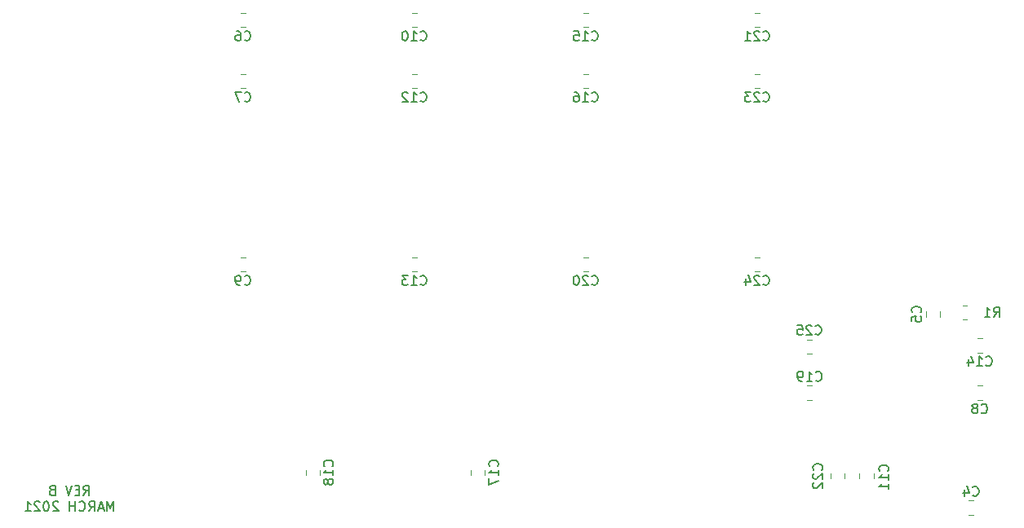
<source format=gbr>
G04 #@! TF.GenerationSoftware,KiCad,Pcbnew,(5.1.5-0-10_14)*
G04 #@! TF.CreationDate,2021-05-20T16:22:00+02:00*
G04 #@! TF.ProjectId,GottaGoFastZ2,476f7474-6147-46f4-9661-73745a322e6b,rev?*
G04 #@! TF.SameCoordinates,Original*
G04 #@! TF.FileFunction,Legend,Bot*
G04 #@! TF.FilePolarity,Positive*
%FSLAX46Y46*%
G04 Gerber Fmt 4.6, Leading zero omitted, Abs format (unit mm)*
G04 Created by KiCad (PCBNEW (5.1.5-0-10_14)) date 2021-05-20 16:22:00*
%MOMM*%
%LPD*%
G04 APERTURE LIST*
%ADD10C,0.150000*%
%ADD11C,0.120000*%
G04 APERTURE END LIST*
D10*
X90276180Y-106764580D02*
X90609514Y-106288390D01*
X90847609Y-106764580D02*
X90847609Y-105764580D01*
X90466657Y-105764580D01*
X90371419Y-105812200D01*
X90323800Y-105859819D01*
X90276180Y-105955057D01*
X90276180Y-106097914D01*
X90323800Y-106193152D01*
X90371419Y-106240771D01*
X90466657Y-106288390D01*
X90847609Y-106288390D01*
X89847609Y-106240771D02*
X89514276Y-106240771D01*
X89371419Y-106764580D02*
X89847609Y-106764580D01*
X89847609Y-105764580D01*
X89371419Y-105764580D01*
X89085704Y-105764580D02*
X88752371Y-106764580D01*
X88419038Y-105764580D01*
X86990466Y-106240771D02*
X86847609Y-106288390D01*
X86799990Y-106336009D01*
X86752371Y-106431247D01*
X86752371Y-106574104D01*
X86799990Y-106669342D01*
X86847609Y-106716961D01*
X86942847Y-106764580D01*
X87323800Y-106764580D01*
X87323800Y-105764580D01*
X86990466Y-105764580D01*
X86895228Y-105812200D01*
X86847609Y-105859819D01*
X86799990Y-105955057D01*
X86799990Y-106050295D01*
X86847609Y-106145533D01*
X86895228Y-106193152D01*
X86990466Y-106240771D01*
X87323800Y-106240771D01*
X93395228Y-108414580D02*
X93395228Y-107414580D01*
X93061895Y-108128866D01*
X92728561Y-107414580D01*
X92728561Y-108414580D01*
X92299990Y-108128866D02*
X91823800Y-108128866D01*
X92395228Y-108414580D02*
X92061895Y-107414580D01*
X91728561Y-108414580D01*
X90823800Y-108414580D02*
X91157133Y-107938390D01*
X91395228Y-108414580D02*
X91395228Y-107414580D01*
X91014276Y-107414580D01*
X90919038Y-107462200D01*
X90871419Y-107509819D01*
X90823800Y-107605057D01*
X90823800Y-107747914D01*
X90871419Y-107843152D01*
X90919038Y-107890771D01*
X91014276Y-107938390D01*
X91395228Y-107938390D01*
X89823800Y-108319342D02*
X89871419Y-108366961D01*
X90014276Y-108414580D01*
X90109514Y-108414580D01*
X90252371Y-108366961D01*
X90347609Y-108271723D01*
X90395228Y-108176485D01*
X90442847Y-107986009D01*
X90442847Y-107843152D01*
X90395228Y-107652676D01*
X90347609Y-107557438D01*
X90252371Y-107462200D01*
X90109514Y-107414580D01*
X90014276Y-107414580D01*
X89871419Y-107462200D01*
X89823800Y-107509819D01*
X89395228Y-108414580D02*
X89395228Y-107414580D01*
X89395228Y-107890771D02*
X88823800Y-107890771D01*
X88823800Y-108414580D02*
X88823800Y-107414580D01*
X87633323Y-107509819D02*
X87585704Y-107462200D01*
X87490466Y-107414580D01*
X87252371Y-107414580D01*
X87157133Y-107462200D01*
X87109514Y-107509819D01*
X87061895Y-107605057D01*
X87061895Y-107700295D01*
X87109514Y-107843152D01*
X87680942Y-108414580D01*
X87061895Y-108414580D01*
X86442847Y-107414580D02*
X86347609Y-107414580D01*
X86252371Y-107462200D01*
X86204752Y-107509819D01*
X86157133Y-107605057D01*
X86109514Y-107795533D01*
X86109514Y-108033628D01*
X86157133Y-108224104D01*
X86204752Y-108319342D01*
X86252371Y-108366961D01*
X86347609Y-108414580D01*
X86442847Y-108414580D01*
X86538085Y-108366961D01*
X86585704Y-108319342D01*
X86633323Y-108224104D01*
X86680942Y-108033628D01*
X86680942Y-107795533D01*
X86633323Y-107605057D01*
X86585704Y-107509819D01*
X86538085Y-107462200D01*
X86442847Y-107414580D01*
X85728561Y-107509819D02*
X85680942Y-107462200D01*
X85585704Y-107414580D01*
X85347609Y-107414580D01*
X85252371Y-107462200D01*
X85204752Y-107509819D01*
X85157133Y-107605057D01*
X85157133Y-107700295D01*
X85204752Y-107843152D01*
X85776180Y-108414580D01*
X85157133Y-108414580D01*
X84204752Y-108414580D02*
X84776180Y-108414580D01*
X84490466Y-108414580D02*
X84490466Y-107414580D01*
X84585704Y-107557438D01*
X84680942Y-107652676D01*
X84776180Y-107700295D01*
D11*
X182633252Y-108812000D02*
X182110748Y-108812000D01*
X182633252Y-107342000D02*
X182110748Y-107342000D01*
X181515016Y-87042320D02*
X181969144Y-87042320D01*
X181515016Y-88512320D02*
X181969144Y-88512320D01*
X165823532Y-90603400D02*
X165301028Y-90603400D01*
X165823532Y-92073400D02*
X165301028Y-92073400D01*
X159885748Y-83539000D02*
X160408252Y-83539000D01*
X159885748Y-82069000D02*
X160408252Y-82069000D01*
X159885748Y-64489000D02*
X160408252Y-64489000D01*
X159885748Y-63019000D02*
X160408252Y-63019000D01*
X167763520Y-104528988D02*
X167763520Y-105051492D01*
X169233520Y-104528988D02*
X169233520Y-105051492D01*
X159885748Y-58139000D02*
X160408252Y-58139000D01*
X159885748Y-56669000D02*
X160408252Y-56669000D01*
X142105748Y-83539000D02*
X142628252Y-83539000D01*
X142105748Y-82069000D02*
X142628252Y-82069000D01*
X165869252Y-95404000D02*
X165346748Y-95404000D01*
X165869252Y-96874000D02*
X165346748Y-96874000D01*
X114781000Y-104655252D02*
X114781000Y-104132748D01*
X113311000Y-104655252D02*
X113311000Y-104132748D01*
X131926000Y-104655252D02*
X131926000Y-104132748D01*
X130456000Y-104655252D02*
X130456000Y-104132748D01*
X142105748Y-64489000D02*
X142628252Y-64489000D01*
X142105748Y-63019000D02*
X142628252Y-63019000D01*
X142105748Y-58139000D02*
X142628252Y-58139000D01*
X142105748Y-56669000D02*
X142628252Y-56669000D01*
X182999748Y-91941320D02*
X183522252Y-91941320D01*
X182999748Y-90471320D02*
X183522252Y-90471320D01*
X124325748Y-83539000D02*
X124848252Y-83539000D01*
X124325748Y-82069000D02*
X124848252Y-82069000D01*
X124325748Y-64489000D02*
X124848252Y-64489000D01*
X124325748Y-63019000D02*
X124848252Y-63019000D01*
X170765800Y-104526448D02*
X170765800Y-105048952D01*
X172235800Y-104526448D02*
X172235800Y-105048952D01*
X124325748Y-58139000D02*
X124848252Y-58139000D01*
X124325748Y-56669000D02*
X124848252Y-56669000D01*
X107068252Y-82069000D02*
X106545748Y-82069000D01*
X107068252Y-83539000D02*
X106545748Y-83539000D01*
X182999748Y-96874000D02*
X183522252Y-96874000D01*
X182999748Y-95404000D02*
X183522252Y-95404000D01*
X106545748Y-64489000D02*
X107068252Y-64489000D01*
X106545748Y-63019000D02*
X107068252Y-63019000D01*
X106545748Y-58139000D02*
X107068252Y-58139000D01*
X106545748Y-56669000D02*
X107068252Y-56669000D01*
X179170000Y-88211252D02*
X179170000Y-87688748D01*
X177700000Y-88211252D02*
X177700000Y-87688748D01*
D10*
X182538666Y-106754142D02*
X182586285Y-106801761D01*
X182729142Y-106849380D01*
X182824380Y-106849380D01*
X182967238Y-106801761D01*
X183062476Y-106706523D01*
X183110095Y-106611285D01*
X183157714Y-106420809D01*
X183157714Y-106277952D01*
X183110095Y-106087476D01*
X183062476Y-105992238D01*
X182967238Y-105897000D01*
X182824380Y-105849380D01*
X182729142Y-105849380D01*
X182586285Y-105897000D01*
X182538666Y-105944619D01*
X181681523Y-106182714D02*
X181681523Y-106849380D01*
X181919619Y-105801761D02*
X182157714Y-106516047D01*
X181538666Y-106516047D01*
X184708746Y-88229700D02*
X185042080Y-87753510D01*
X185280175Y-88229700D02*
X185280175Y-87229700D01*
X184899222Y-87229700D01*
X184803984Y-87277320D01*
X184756365Y-87324939D01*
X184708746Y-87420177D01*
X184708746Y-87563034D01*
X184756365Y-87658272D01*
X184803984Y-87705891D01*
X184899222Y-87753510D01*
X185280175Y-87753510D01*
X183756365Y-88229700D02*
X184327794Y-88229700D01*
X184042080Y-88229700D02*
X184042080Y-87229700D01*
X184137318Y-87372558D01*
X184232556Y-87467796D01*
X184327794Y-87515415D01*
X166205137Y-90015542D02*
X166252756Y-90063161D01*
X166395613Y-90110780D01*
X166490851Y-90110780D01*
X166633708Y-90063161D01*
X166728946Y-89967923D01*
X166776565Y-89872685D01*
X166824184Y-89682209D01*
X166824184Y-89539352D01*
X166776565Y-89348876D01*
X166728946Y-89253638D01*
X166633708Y-89158400D01*
X166490851Y-89110780D01*
X166395613Y-89110780D01*
X166252756Y-89158400D01*
X166205137Y-89206019D01*
X165824184Y-89206019D02*
X165776565Y-89158400D01*
X165681327Y-89110780D01*
X165443232Y-89110780D01*
X165347994Y-89158400D01*
X165300375Y-89206019D01*
X165252756Y-89301257D01*
X165252756Y-89396495D01*
X165300375Y-89539352D01*
X165871803Y-90110780D01*
X165252756Y-90110780D01*
X164347994Y-89110780D02*
X164824184Y-89110780D01*
X164871803Y-89586971D01*
X164824184Y-89539352D01*
X164728946Y-89491733D01*
X164490851Y-89491733D01*
X164395613Y-89539352D01*
X164347994Y-89586971D01*
X164300375Y-89682209D01*
X164300375Y-89920304D01*
X164347994Y-90015542D01*
X164395613Y-90063161D01*
X164490851Y-90110780D01*
X164728946Y-90110780D01*
X164824184Y-90063161D01*
X164871803Y-90015542D01*
X160789857Y-84841142D02*
X160837476Y-84888761D01*
X160980333Y-84936380D01*
X161075571Y-84936380D01*
X161218428Y-84888761D01*
X161313666Y-84793523D01*
X161361285Y-84698285D01*
X161408904Y-84507809D01*
X161408904Y-84364952D01*
X161361285Y-84174476D01*
X161313666Y-84079238D01*
X161218428Y-83984000D01*
X161075571Y-83936380D01*
X160980333Y-83936380D01*
X160837476Y-83984000D01*
X160789857Y-84031619D01*
X160408904Y-84031619D02*
X160361285Y-83984000D01*
X160266047Y-83936380D01*
X160027952Y-83936380D01*
X159932714Y-83984000D01*
X159885095Y-84031619D01*
X159837476Y-84126857D01*
X159837476Y-84222095D01*
X159885095Y-84364952D01*
X160456523Y-84936380D01*
X159837476Y-84936380D01*
X158980333Y-84269714D02*
X158980333Y-84936380D01*
X159218428Y-83888761D02*
X159456523Y-84603047D01*
X158837476Y-84603047D01*
X160789857Y-65791142D02*
X160837476Y-65838761D01*
X160980333Y-65886380D01*
X161075571Y-65886380D01*
X161218428Y-65838761D01*
X161313666Y-65743523D01*
X161361285Y-65648285D01*
X161408904Y-65457809D01*
X161408904Y-65314952D01*
X161361285Y-65124476D01*
X161313666Y-65029238D01*
X161218428Y-64934000D01*
X161075571Y-64886380D01*
X160980333Y-64886380D01*
X160837476Y-64934000D01*
X160789857Y-64981619D01*
X160408904Y-64981619D02*
X160361285Y-64934000D01*
X160266047Y-64886380D01*
X160027952Y-64886380D01*
X159932714Y-64934000D01*
X159885095Y-64981619D01*
X159837476Y-65076857D01*
X159837476Y-65172095D01*
X159885095Y-65314952D01*
X160456523Y-65886380D01*
X159837476Y-65886380D01*
X159504142Y-64886380D02*
X158885095Y-64886380D01*
X159218428Y-65267333D01*
X159075571Y-65267333D01*
X158980333Y-65314952D01*
X158932714Y-65362571D01*
X158885095Y-65457809D01*
X158885095Y-65695904D01*
X158932714Y-65791142D01*
X158980333Y-65838761D01*
X159075571Y-65886380D01*
X159361285Y-65886380D01*
X159456523Y-65838761D01*
X159504142Y-65791142D01*
X166854142Y-104132142D02*
X166901761Y-104084523D01*
X166949380Y-103941666D01*
X166949380Y-103846428D01*
X166901761Y-103703571D01*
X166806523Y-103608333D01*
X166711285Y-103560714D01*
X166520809Y-103513095D01*
X166377952Y-103513095D01*
X166187476Y-103560714D01*
X166092238Y-103608333D01*
X165997000Y-103703571D01*
X165949380Y-103846428D01*
X165949380Y-103941666D01*
X165997000Y-104084523D01*
X166044619Y-104132142D01*
X166044619Y-104513095D02*
X165997000Y-104560714D01*
X165949380Y-104655952D01*
X165949380Y-104894047D01*
X165997000Y-104989285D01*
X166044619Y-105036904D01*
X166139857Y-105084523D01*
X166235095Y-105084523D01*
X166377952Y-105036904D01*
X166949380Y-104465476D01*
X166949380Y-105084523D01*
X166044619Y-105465476D02*
X165997000Y-105513095D01*
X165949380Y-105608333D01*
X165949380Y-105846428D01*
X165997000Y-105941666D01*
X166044619Y-105989285D01*
X166139857Y-106036904D01*
X166235095Y-106036904D01*
X166377952Y-105989285D01*
X166949380Y-105417857D01*
X166949380Y-106036904D01*
X160789857Y-59441142D02*
X160837476Y-59488761D01*
X160980333Y-59536380D01*
X161075571Y-59536380D01*
X161218428Y-59488761D01*
X161313666Y-59393523D01*
X161361285Y-59298285D01*
X161408904Y-59107809D01*
X161408904Y-58964952D01*
X161361285Y-58774476D01*
X161313666Y-58679238D01*
X161218428Y-58584000D01*
X161075571Y-58536380D01*
X160980333Y-58536380D01*
X160837476Y-58584000D01*
X160789857Y-58631619D01*
X160408904Y-58631619D02*
X160361285Y-58584000D01*
X160266047Y-58536380D01*
X160027952Y-58536380D01*
X159932714Y-58584000D01*
X159885095Y-58631619D01*
X159837476Y-58726857D01*
X159837476Y-58822095D01*
X159885095Y-58964952D01*
X160456523Y-59536380D01*
X159837476Y-59536380D01*
X158885095Y-59536380D02*
X159456523Y-59536380D01*
X159170809Y-59536380D02*
X159170809Y-58536380D01*
X159266047Y-58679238D01*
X159361285Y-58774476D01*
X159456523Y-58822095D01*
X143009857Y-84841142D02*
X143057476Y-84888761D01*
X143200333Y-84936380D01*
X143295571Y-84936380D01*
X143438428Y-84888761D01*
X143533666Y-84793523D01*
X143581285Y-84698285D01*
X143628904Y-84507809D01*
X143628904Y-84364952D01*
X143581285Y-84174476D01*
X143533666Y-84079238D01*
X143438428Y-83984000D01*
X143295571Y-83936380D01*
X143200333Y-83936380D01*
X143057476Y-83984000D01*
X143009857Y-84031619D01*
X142628904Y-84031619D02*
X142581285Y-83984000D01*
X142486047Y-83936380D01*
X142247952Y-83936380D01*
X142152714Y-83984000D01*
X142105095Y-84031619D01*
X142057476Y-84126857D01*
X142057476Y-84222095D01*
X142105095Y-84364952D01*
X142676523Y-84936380D01*
X142057476Y-84936380D01*
X141438428Y-83936380D02*
X141343190Y-83936380D01*
X141247952Y-83984000D01*
X141200333Y-84031619D01*
X141152714Y-84126857D01*
X141105095Y-84317333D01*
X141105095Y-84555428D01*
X141152714Y-84745904D01*
X141200333Y-84841142D01*
X141247952Y-84888761D01*
X141343190Y-84936380D01*
X141438428Y-84936380D01*
X141533666Y-84888761D01*
X141581285Y-84841142D01*
X141628904Y-84745904D01*
X141676523Y-84555428D01*
X141676523Y-84317333D01*
X141628904Y-84126857D01*
X141581285Y-84031619D01*
X141533666Y-83984000D01*
X141438428Y-83936380D01*
X166250857Y-94816142D02*
X166298476Y-94863761D01*
X166441333Y-94911380D01*
X166536571Y-94911380D01*
X166679428Y-94863761D01*
X166774666Y-94768523D01*
X166822285Y-94673285D01*
X166869904Y-94482809D01*
X166869904Y-94339952D01*
X166822285Y-94149476D01*
X166774666Y-94054238D01*
X166679428Y-93959000D01*
X166536571Y-93911380D01*
X166441333Y-93911380D01*
X166298476Y-93959000D01*
X166250857Y-94006619D01*
X165298476Y-94911380D02*
X165869904Y-94911380D01*
X165584190Y-94911380D02*
X165584190Y-93911380D01*
X165679428Y-94054238D01*
X165774666Y-94149476D01*
X165869904Y-94197095D01*
X164822285Y-94911380D02*
X164631809Y-94911380D01*
X164536571Y-94863761D01*
X164488952Y-94816142D01*
X164393714Y-94673285D01*
X164346095Y-94482809D01*
X164346095Y-94101857D01*
X164393714Y-94006619D01*
X164441333Y-93959000D01*
X164536571Y-93911380D01*
X164727047Y-93911380D01*
X164822285Y-93959000D01*
X164869904Y-94006619D01*
X164917523Y-94101857D01*
X164917523Y-94339952D01*
X164869904Y-94435190D01*
X164822285Y-94482809D01*
X164727047Y-94530428D01*
X164536571Y-94530428D01*
X164441333Y-94482809D01*
X164393714Y-94435190D01*
X164346095Y-94339952D01*
X116083142Y-103751142D02*
X116130761Y-103703523D01*
X116178380Y-103560666D01*
X116178380Y-103465428D01*
X116130761Y-103322571D01*
X116035523Y-103227333D01*
X115940285Y-103179714D01*
X115749809Y-103132095D01*
X115606952Y-103132095D01*
X115416476Y-103179714D01*
X115321238Y-103227333D01*
X115226000Y-103322571D01*
X115178380Y-103465428D01*
X115178380Y-103560666D01*
X115226000Y-103703523D01*
X115273619Y-103751142D01*
X116178380Y-104703523D02*
X116178380Y-104132095D01*
X116178380Y-104417809D02*
X115178380Y-104417809D01*
X115321238Y-104322571D01*
X115416476Y-104227333D01*
X115464095Y-104132095D01*
X115606952Y-105274952D02*
X115559333Y-105179714D01*
X115511714Y-105132095D01*
X115416476Y-105084476D01*
X115368857Y-105084476D01*
X115273619Y-105132095D01*
X115226000Y-105179714D01*
X115178380Y-105274952D01*
X115178380Y-105465428D01*
X115226000Y-105560666D01*
X115273619Y-105608285D01*
X115368857Y-105655904D01*
X115416476Y-105655904D01*
X115511714Y-105608285D01*
X115559333Y-105560666D01*
X115606952Y-105465428D01*
X115606952Y-105274952D01*
X115654571Y-105179714D01*
X115702190Y-105132095D01*
X115797428Y-105084476D01*
X115987904Y-105084476D01*
X116083142Y-105132095D01*
X116130761Y-105179714D01*
X116178380Y-105274952D01*
X116178380Y-105465428D01*
X116130761Y-105560666D01*
X116083142Y-105608285D01*
X115987904Y-105655904D01*
X115797428Y-105655904D01*
X115702190Y-105608285D01*
X115654571Y-105560666D01*
X115606952Y-105465428D01*
X133228142Y-103751142D02*
X133275761Y-103703523D01*
X133323380Y-103560666D01*
X133323380Y-103465428D01*
X133275761Y-103322571D01*
X133180523Y-103227333D01*
X133085285Y-103179714D01*
X132894809Y-103132095D01*
X132751952Y-103132095D01*
X132561476Y-103179714D01*
X132466238Y-103227333D01*
X132371000Y-103322571D01*
X132323380Y-103465428D01*
X132323380Y-103560666D01*
X132371000Y-103703523D01*
X132418619Y-103751142D01*
X133323380Y-104703523D02*
X133323380Y-104132095D01*
X133323380Y-104417809D02*
X132323380Y-104417809D01*
X132466238Y-104322571D01*
X132561476Y-104227333D01*
X132609095Y-104132095D01*
X132323380Y-105036857D02*
X132323380Y-105703523D01*
X133323380Y-105274952D01*
X143009857Y-65791142D02*
X143057476Y-65838761D01*
X143200333Y-65886380D01*
X143295571Y-65886380D01*
X143438428Y-65838761D01*
X143533666Y-65743523D01*
X143581285Y-65648285D01*
X143628904Y-65457809D01*
X143628904Y-65314952D01*
X143581285Y-65124476D01*
X143533666Y-65029238D01*
X143438428Y-64934000D01*
X143295571Y-64886380D01*
X143200333Y-64886380D01*
X143057476Y-64934000D01*
X143009857Y-64981619D01*
X142057476Y-65886380D02*
X142628904Y-65886380D01*
X142343190Y-65886380D02*
X142343190Y-64886380D01*
X142438428Y-65029238D01*
X142533666Y-65124476D01*
X142628904Y-65172095D01*
X141200333Y-64886380D02*
X141390809Y-64886380D01*
X141486047Y-64934000D01*
X141533666Y-64981619D01*
X141628904Y-65124476D01*
X141676523Y-65314952D01*
X141676523Y-65695904D01*
X141628904Y-65791142D01*
X141581285Y-65838761D01*
X141486047Y-65886380D01*
X141295571Y-65886380D01*
X141200333Y-65838761D01*
X141152714Y-65791142D01*
X141105095Y-65695904D01*
X141105095Y-65457809D01*
X141152714Y-65362571D01*
X141200333Y-65314952D01*
X141295571Y-65267333D01*
X141486047Y-65267333D01*
X141581285Y-65314952D01*
X141628904Y-65362571D01*
X141676523Y-65457809D01*
X143009857Y-59441142D02*
X143057476Y-59488761D01*
X143200333Y-59536380D01*
X143295571Y-59536380D01*
X143438428Y-59488761D01*
X143533666Y-59393523D01*
X143581285Y-59298285D01*
X143628904Y-59107809D01*
X143628904Y-58964952D01*
X143581285Y-58774476D01*
X143533666Y-58679238D01*
X143438428Y-58584000D01*
X143295571Y-58536380D01*
X143200333Y-58536380D01*
X143057476Y-58584000D01*
X143009857Y-58631619D01*
X142057476Y-59536380D02*
X142628904Y-59536380D01*
X142343190Y-59536380D02*
X142343190Y-58536380D01*
X142438428Y-58679238D01*
X142533666Y-58774476D01*
X142628904Y-58822095D01*
X141152714Y-58536380D02*
X141628904Y-58536380D01*
X141676523Y-59012571D01*
X141628904Y-58964952D01*
X141533666Y-58917333D01*
X141295571Y-58917333D01*
X141200333Y-58964952D01*
X141152714Y-59012571D01*
X141105095Y-59107809D01*
X141105095Y-59345904D01*
X141152714Y-59441142D01*
X141200333Y-59488761D01*
X141295571Y-59536380D01*
X141533666Y-59536380D01*
X141628904Y-59488761D01*
X141676523Y-59441142D01*
X183903857Y-93243462D02*
X183951476Y-93291081D01*
X184094333Y-93338700D01*
X184189571Y-93338700D01*
X184332428Y-93291081D01*
X184427666Y-93195843D01*
X184475285Y-93100605D01*
X184522904Y-92910129D01*
X184522904Y-92767272D01*
X184475285Y-92576796D01*
X184427666Y-92481558D01*
X184332428Y-92386320D01*
X184189571Y-92338700D01*
X184094333Y-92338700D01*
X183951476Y-92386320D01*
X183903857Y-92433939D01*
X182951476Y-93338700D02*
X183522904Y-93338700D01*
X183237190Y-93338700D02*
X183237190Y-92338700D01*
X183332428Y-92481558D01*
X183427666Y-92576796D01*
X183522904Y-92624415D01*
X182094333Y-92672034D02*
X182094333Y-93338700D01*
X182332428Y-92291081D02*
X182570523Y-93005367D01*
X181951476Y-93005367D01*
X125229857Y-84841142D02*
X125277476Y-84888761D01*
X125420333Y-84936380D01*
X125515571Y-84936380D01*
X125658428Y-84888761D01*
X125753666Y-84793523D01*
X125801285Y-84698285D01*
X125848904Y-84507809D01*
X125848904Y-84364952D01*
X125801285Y-84174476D01*
X125753666Y-84079238D01*
X125658428Y-83984000D01*
X125515571Y-83936380D01*
X125420333Y-83936380D01*
X125277476Y-83984000D01*
X125229857Y-84031619D01*
X124277476Y-84936380D02*
X124848904Y-84936380D01*
X124563190Y-84936380D02*
X124563190Y-83936380D01*
X124658428Y-84079238D01*
X124753666Y-84174476D01*
X124848904Y-84222095D01*
X123944142Y-83936380D02*
X123325095Y-83936380D01*
X123658428Y-84317333D01*
X123515571Y-84317333D01*
X123420333Y-84364952D01*
X123372714Y-84412571D01*
X123325095Y-84507809D01*
X123325095Y-84745904D01*
X123372714Y-84841142D01*
X123420333Y-84888761D01*
X123515571Y-84936380D01*
X123801285Y-84936380D01*
X123896523Y-84888761D01*
X123944142Y-84841142D01*
X125229857Y-65791142D02*
X125277476Y-65838761D01*
X125420333Y-65886380D01*
X125515571Y-65886380D01*
X125658428Y-65838761D01*
X125753666Y-65743523D01*
X125801285Y-65648285D01*
X125848904Y-65457809D01*
X125848904Y-65314952D01*
X125801285Y-65124476D01*
X125753666Y-65029238D01*
X125658428Y-64934000D01*
X125515571Y-64886380D01*
X125420333Y-64886380D01*
X125277476Y-64934000D01*
X125229857Y-64981619D01*
X124277476Y-65886380D02*
X124848904Y-65886380D01*
X124563190Y-65886380D02*
X124563190Y-64886380D01*
X124658428Y-65029238D01*
X124753666Y-65124476D01*
X124848904Y-65172095D01*
X123896523Y-64981619D02*
X123848904Y-64934000D01*
X123753666Y-64886380D01*
X123515571Y-64886380D01*
X123420333Y-64934000D01*
X123372714Y-64981619D01*
X123325095Y-65076857D01*
X123325095Y-65172095D01*
X123372714Y-65314952D01*
X123944142Y-65886380D01*
X123325095Y-65886380D01*
X173712142Y-104246442D02*
X173759761Y-104198823D01*
X173807380Y-104055966D01*
X173807380Y-103960728D01*
X173759761Y-103817871D01*
X173664523Y-103722633D01*
X173569285Y-103675014D01*
X173378809Y-103627395D01*
X173235952Y-103627395D01*
X173045476Y-103675014D01*
X172950238Y-103722633D01*
X172855000Y-103817871D01*
X172807380Y-103960728D01*
X172807380Y-104055966D01*
X172855000Y-104198823D01*
X172902619Y-104246442D01*
X173807380Y-105198823D02*
X173807380Y-104627395D01*
X173807380Y-104913109D02*
X172807380Y-104913109D01*
X172950238Y-104817871D01*
X173045476Y-104722633D01*
X173093095Y-104627395D01*
X173807380Y-106151204D02*
X173807380Y-105579776D01*
X173807380Y-105865490D02*
X172807380Y-105865490D01*
X172950238Y-105770252D01*
X173045476Y-105675014D01*
X173093095Y-105579776D01*
X125229857Y-59441142D02*
X125277476Y-59488761D01*
X125420333Y-59536380D01*
X125515571Y-59536380D01*
X125658428Y-59488761D01*
X125753666Y-59393523D01*
X125801285Y-59298285D01*
X125848904Y-59107809D01*
X125848904Y-58964952D01*
X125801285Y-58774476D01*
X125753666Y-58679238D01*
X125658428Y-58584000D01*
X125515571Y-58536380D01*
X125420333Y-58536380D01*
X125277476Y-58584000D01*
X125229857Y-58631619D01*
X124277476Y-59536380D02*
X124848904Y-59536380D01*
X124563190Y-59536380D02*
X124563190Y-58536380D01*
X124658428Y-58679238D01*
X124753666Y-58774476D01*
X124848904Y-58822095D01*
X123658428Y-58536380D02*
X123563190Y-58536380D01*
X123467952Y-58584000D01*
X123420333Y-58631619D01*
X123372714Y-58726857D01*
X123325095Y-58917333D01*
X123325095Y-59155428D01*
X123372714Y-59345904D01*
X123420333Y-59441142D01*
X123467952Y-59488761D01*
X123563190Y-59536380D01*
X123658428Y-59536380D01*
X123753666Y-59488761D01*
X123801285Y-59441142D01*
X123848904Y-59345904D01*
X123896523Y-59155428D01*
X123896523Y-58917333D01*
X123848904Y-58726857D01*
X123801285Y-58631619D01*
X123753666Y-58584000D01*
X123658428Y-58536380D01*
X106973666Y-84841142D02*
X107021285Y-84888761D01*
X107164142Y-84936380D01*
X107259380Y-84936380D01*
X107402238Y-84888761D01*
X107497476Y-84793523D01*
X107545095Y-84698285D01*
X107592714Y-84507809D01*
X107592714Y-84364952D01*
X107545095Y-84174476D01*
X107497476Y-84079238D01*
X107402238Y-83984000D01*
X107259380Y-83936380D01*
X107164142Y-83936380D01*
X107021285Y-83984000D01*
X106973666Y-84031619D01*
X106497476Y-84936380D02*
X106307000Y-84936380D01*
X106211761Y-84888761D01*
X106164142Y-84841142D01*
X106068904Y-84698285D01*
X106021285Y-84507809D01*
X106021285Y-84126857D01*
X106068904Y-84031619D01*
X106116523Y-83984000D01*
X106211761Y-83936380D01*
X106402238Y-83936380D01*
X106497476Y-83984000D01*
X106545095Y-84031619D01*
X106592714Y-84126857D01*
X106592714Y-84364952D01*
X106545095Y-84460190D01*
X106497476Y-84507809D01*
X106402238Y-84555428D01*
X106211761Y-84555428D01*
X106116523Y-84507809D01*
X106068904Y-84460190D01*
X106021285Y-84364952D01*
X183427666Y-98176142D02*
X183475285Y-98223761D01*
X183618142Y-98271380D01*
X183713380Y-98271380D01*
X183856238Y-98223761D01*
X183951476Y-98128523D01*
X183999095Y-98033285D01*
X184046714Y-97842809D01*
X184046714Y-97699952D01*
X183999095Y-97509476D01*
X183951476Y-97414238D01*
X183856238Y-97319000D01*
X183713380Y-97271380D01*
X183618142Y-97271380D01*
X183475285Y-97319000D01*
X183427666Y-97366619D01*
X182856238Y-97699952D02*
X182951476Y-97652333D01*
X182999095Y-97604714D01*
X183046714Y-97509476D01*
X183046714Y-97461857D01*
X182999095Y-97366619D01*
X182951476Y-97319000D01*
X182856238Y-97271380D01*
X182665761Y-97271380D01*
X182570523Y-97319000D01*
X182522904Y-97366619D01*
X182475285Y-97461857D01*
X182475285Y-97509476D01*
X182522904Y-97604714D01*
X182570523Y-97652333D01*
X182665761Y-97699952D01*
X182856238Y-97699952D01*
X182951476Y-97747571D01*
X182999095Y-97795190D01*
X183046714Y-97890428D01*
X183046714Y-98080904D01*
X182999095Y-98176142D01*
X182951476Y-98223761D01*
X182856238Y-98271380D01*
X182665761Y-98271380D01*
X182570523Y-98223761D01*
X182522904Y-98176142D01*
X182475285Y-98080904D01*
X182475285Y-97890428D01*
X182522904Y-97795190D01*
X182570523Y-97747571D01*
X182665761Y-97699952D01*
X106973666Y-65791142D02*
X107021285Y-65838761D01*
X107164142Y-65886380D01*
X107259380Y-65886380D01*
X107402238Y-65838761D01*
X107497476Y-65743523D01*
X107545095Y-65648285D01*
X107592714Y-65457809D01*
X107592714Y-65314952D01*
X107545095Y-65124476D01*
X107497476Y-65029238D01*
X107402238Y-64934000D01*
X107259380Y-64886380D01*
X107164142Y-64886380D01*
X107021285Y-64934000D01*
X106973666Y-64981619D01*
X106640333Y-64886380D02*
X105973666Y-64886380D01*
X106402238Y-65886380D01*
X106973666Y-59441142D02*
X107021285Y-59488761D01*
X107164142Y-59536380D01*
X107259380Y-59536380D01*
X107402238Y-59488761D01*
X107497476Y-59393523D01*
X107545095Y-59298285D01*
X107592714Y-59107809D01*
X107592714Y-58964952D01*
X107545095Y-58774476D01*
X107497476Y-58679238D01*
X107402238Y-58584000D01*
X107259380Y-58536380D01*
X107164142Y-58536380D01*
X107021285Y-58584000D01*
X106973666Y-58631619D01*
X106116523Y-58536380D02*
X106307000Y-58536380D01*
X106402238Y-58584000D01*
X106449857Y-58631619D01*
X106545095Y-58774476D01*
X106592714Y-58964952D01*
X106592714Y-59345904D01*
X106545095Y-59441142D01*
X106497476Y-59488761D01*
X106402238Y-59536380D01*
X106211761Y-59536380D01*
X106116523Y-59488761D01*
X106068904Y-59441142D01*
X106021285Y-59345904D01*
X106021285Y-59107809D01*
X106068904Y-59012571D01*
X106116523Y-58964952D01*
X106211761Y-58917333D01*
X106402238Y-58917333D01*
X106497476Y-58964952D01*
X106545095Y-59012571D01*
X106592714Y-59107809D01*
X177107142Y-87783333D02*
X177154761Y-87735714D01*
X177202380Y-87592857D01*
X177202380Y-87497619D01*
X177154761Y-87354761D01*
X177059523Y-87259523D01*
X176964285Y-87211904D01*
X176773809Y-87164285D01*
X176630952Y-87164285D01*
X176440476Y-87211904D01*
X176345238Y-87259523D01*
X176250000Y-87354761D01*
X176202380Y-87497619D01*
X176202380Y-87592857D01*
X176250000Y-87735714D01*
X176297619Y-87783333D01*
X176202380Y-88688095D02*
X176202380Y-88211904D01*
X176678571Y-88164285D01*
X176630952Y-88211904D01*
X176583333Y-88307142D01*
X176583333Y-88545238D01*
X176630952Y-88640476D01*
X176678571Y-88688095D01*
X176773809Y-88735714D01*
X177011904Y-88735714D01*
X177107142Y-88688095D01*
X177154761Y-88640476D01*
X177202380Y-88545238D01*
X177202380Y-88307142D01*
X177154761Y-88211904D01*
X177107142Y-88164285D01*
M02*

</source>
